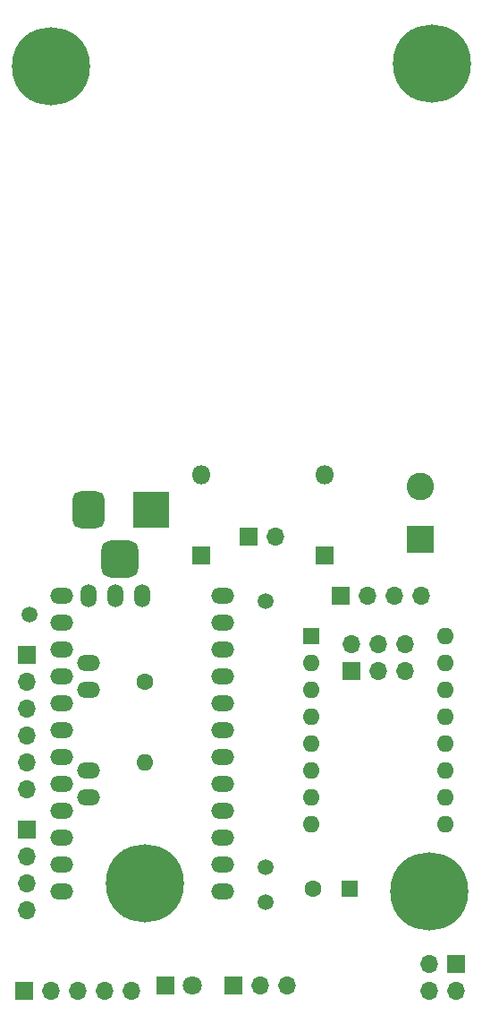
<source format=gbr>
%TF.GenerationSoftware,KiCad,Pcbnew,6.0.11-2627ca5db0~126~ubuntu20.04.1*%
%TF.CreationDate,2024-06-24T23:06:09+02:00*%
%TF.ProjectId,IRstepper,49527374-6570-4706-9572-2e6b69636164,rev?*%
%TF.SameCoordinates,Original*%
%TF.FileFunction,Soldermask,Top*%
%TF.FilePolarity,Negative*%
%FSLAX46Y46*%
G04 Gerber Fmt 4.6, Leading zero omitted, Abs format (unit mm)*
G04 Created by KiCad (PCBNEW 6.0.11-2627ca5db0~126~ubuntu20.04.1) date 2024-06-24 23:06:09*
%MOMM*%
%LPD*%
G01*
G04 APERTURE LIST*
G04 Aperture macros list*
%AMRoundRect*
0 Rectangle with rounded corners*
0 $1 Rounding radius*
0 $2 $3 $4 $5 $6 $7 $8 $9 X,Y pos of 4 corners*
0 Add a 4 corners polygon primitive as box body*
4,1,4,$2,$3,$4,$5,$6,$7,$8,$9,$2,$3,0*
0 Add four circle primitives for the rounded corners*
1,1,$1+$1,$2,$3*
1,1,$1+$1,$4,$5*
1,1,$1+$1,$6,$7*
1,1,$1+$1,$8,$9*
0 Add four rect primitives between the rounded corners*
20,1,$1+$1,$2,$3,$4,$5,0*
20,1,$1+$1,$4,$5,$6,$7,0*
20,1,$1+$1,$6,$7,$8,$9,0*
20,1,$1+$1,$8,$9,$2,$3,0*%
G04 Aperture macros list end*
%ADD10R,1.800000X1.800000*%
%ADD11O,1.800000X1.800000*%
%ADD12R,1.700000X1.700000*%
%ADD13O,1.700000X1.700000*%
%ADD14C,1.500000*%
%ADD15C,7.400000*%
%ADD16C,4.100000*%
%ADD17R,2.600000X2.600000*%
%ADD18C,2.600000*%
%ADD19O,2.199640X1.501140*%
%ADD20O,1.501140X2.199640*%
%ADD21R,3.500000X3.500000*%
%ADD22RoundRect,0.750000X-0.750000X-1.000000X0.750000X-1.000000X0.750000X1.000000X-0.750000X1.000000X0*%
%ADD23RoundRect,0.875000X-0.875000X-0.875000X0.875000X-0.875000X0.875000X0.875000X-0.875000X0.875000X0*%
%ADD24R,1.600000X1.600000*%
%ADD25O,1.600000X1.600000*%
%ADD26C,1.600000*%
%ADD27C,1.800000*%
G04 APERTURE END LIST*
D10*
%TO.C,D3*%
X108712000Y-66802000D03*
D11*
X108712000Y-59182000D03*
%TD*%
D12*
%TO.C,J1*%
X91953000Y-107950000D03*
D13*
X94493000Y-107950000D03*
X97033000Y-107950000D03*
X99573000Y-107950000D03*
X102113000Y-107950000D03*
%TD*%
D14*
%TO.C,TP2*%
X114808000Y-96266000D03*
%TD*%
D15*
%TO.C,H3*%
X130556000Y-20320000D03*
D16*
X130556000Y-20320000D03*
%TD*%
D15*
%TO.C,H4*%
X130302000Y-98552000D03*
D16*
X130302000Y-98552000D03*
%TD*%
D15*
%TO.C,H2*%
X94488000Y-20574000D03*
D16*
X94488000Y-20574000D03*
%TD*%
D12*
%TO.C,J5*%
X121930000Y-70612000D03*
D13*
X124470000Y-70612000D03*
X127010000Y-70612000D03*
X129550000Y-70612000D03*
%TD*%
D10*
%TO.C,D1*%
X120396000Y-66802000D03*
D11*
X120396000Y-59182000D03*
%TD*%
D12*
%TO.C,J3*%
X113279000Y-65024000D03*
D13*
X115819000Y-65024000D03*
%TD*%
D17*
%TO.C,J2*%
X129520000Y-65298000D03*
D18*
X129520000Y-60298000D03*
%TD*%
D15*
%TO.C,H1*%
X103378000Y-97790000D03*
D16*
X103378000Y-97790000D03*
%TD*%
D12*
%TO.C,J10*%
X92202000Y-92720000D03*
D13*
X92202000Y-95260000D03*
X92202000Y-97800000D03*
X92202000Y-100340000D03*
%TD*%
D19*
%TO.C,IC1*%
X110744000Y-98552000D03*
X110744000Y-96012000D03*
X110744000Y-93472000D03*
X110744000Y-90932000D03*
X110744000Y-88392000D03*
X110744000Y-85852000D03*
X110744000Y-83312000D03*
X110744000Y-80772000D03*
X110744000Y-78232000D03*
X110744000Y-75692000D03*
X110744000Y-73152000D03*
X110744000Y-70612000D03*
X95504000Y-70612000D03*
X95504000Y-73152000D03*
X95504000Y-75692000D03*
X95504000Y-78232000D03*
X95504000Y-80772000D03*
X95504000Y-83312000D03*
X95504000Y-85852000D03*
X95504000Y-88392000D03*
X95504000Y-90932000D03*
X95504000Y-93472000D03*
X95504000Y-96012000D03*
X95504000Y-98552000D03*
X98044000Y-87122000D03*
X98044000Y-89662000D03*
D20*
X98044000Y-70612000D03*
D19*
X98044000Y-76962000D03*
D20*
X100584000Y-70612000D03*
D19*
X98044000Y-79502000D03*
D20*
X103124000Y-70612000D03*
%TD*%
D12*
%TO.C,J4*%
X111775000Y-107442000D03*
D13*
X114315000Y-107442000D03*
X116855000Y-107442000D03*
%TD*%
D14*
%TO.C,TP1*%
X92456000Y-72390000D03*
%TD*%
D12*
%TO.C,J7*%
X132857000Y-105395000D03*
D13*
X132857000Y-107935000D03*
X130317000Y-105395000D03*
X130317000Y-107935000D03*
%TD*%
D21*
%TO.C,J6*%
X104044000Y-62484000D03*
D22*
X98044000Y-62484000D03*
D23*
X101044000Y-67184000D03*
%TD*%
D24*
%TO.C,A1*%
X119136000Y-74422000D03*
D25*
X119136000Y-76962000D03*
X119136000Y-79502000D03*
X119136000Y-82042000D03*
X119136000Y-84582000D03*
X119136000Y-87122000D03*
X119136000Y-89662000D03*
X119136000Y-92202000D03*
X131836000Y-92202000D03*
X131836000Y-89662000D03*
X131836000Y-87122000D03*
X131836000Y-84582000D03*
X131836000Y-82042000D03*
X131836000Y-79502000D03*
X131836000Y-76962000D03*
X131836000Y-74422000D03*
%TD*%
D12*
%TO.C,J9*%
X92202000Y-76200000D03*
D13*
X92202000Y-78740000D03*
X92202000Y-81280000D03*
X92202000Y-83820000D03*
X92202000Y-86360000D03*
X92202000Y-88900000D03*
%TD*%
D14*
%TO.C,TP3*%
X114808000Y-99568000D03*
%TD*%
%TO.C,TP4*%
X114808000Y-71120000D03*
%TD*%
D12*
%TO.C,J8*%
X122951000Y-77729000D03*
D13*
X122951000Y-75189000D03*
X125491000Y-77729000D03*
X125491000Y-75189000D03*
X128031000Y-77729000D03*
X128031000Y-75189000D03*
%TD*%
D26*
%TO.C,R1*%
X103378000Y-78740000D03*
D25*
X103378000Y-86360000D03*
%TD*%
D24*
%TO.C,C1*%
X122810700Y-98298000D03*
D26*
X119310700Y-98298000D03*
%TD*%
D10*
%TO.C,D2*%
X105400000Y-107442000D03*
D27*
X107940000Y-107442000D03*
%TD*%
M02*

</source>
